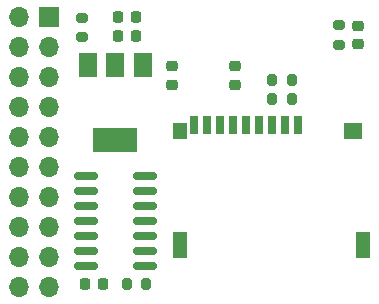
<source format=gbr>
%TF.GenerationSoftware,KiCad,Pcbnew,7.0.7*%
%TF.CreationDate,2023-08-18T08:54:36+02:00*%
%TF.ProjectId,uSD-Turbo,7553442d-5475-4726-926f-2e6b69636164,rev?*%
%TF.SameCoordinates,Original*%
%TF.FileFunction,Soldermask,Top*%
%TF.FilePolarity,Negative*%
%FSLAX46Y46*%
G04 Gerber Fmt 4.6, Leading zero omitted, Abs format (unit mm)*
G04 Created by KiCad (PCBNEW 7.0.7) date 2023-08-18 08:54:36*
%MOMM*%
%LPD*%
G01*
G04 APERTURE LIST*
G04 Aperture macros list*
%AMRoundRect*
0 Rectangle with rounded corners*
0 $1 Rounding radius*
0 $2 $3 $4 $5 $6 $7 $8 $9 X,Y pos of 4 corners*
0 Add a 4 corners polygon primitive as box body*
4,1,4,$2,$3,$4,$5,$6,$7,$8,$9,$2,$3,0*
0 Add four circle primitives for the rounded corners*
1,1,$1+$1,$2,$3*
1,1,$1+$1,$4,$5*
1,1,$1+$1,$6,$7*
1,1,$1+$1,$8,$9*
0 Add four rect primitives between the rounded corners*
20,1,$1+$1,$2,$3,$4,$5,0*
20,1,$1+$1,$4,$5,$6,$7,0*
20,1,$1+$1,$6,$7,$8,$9,0*
20,1,$1+$1,$8,$9,$2,$3,0*%
G04 Aperture macros list end*
%ADD10RoundRect,0.150000X0.825000X0.150000X-0.825000X0.150000X-0.825000X-0.150000X0.825000X-0.150000X0*%
%ADD11R,1.500000X2.000000*%
%ADD12R,3.800000X2.000000*%
%ADD13RoundRect,0.225000X-0.225000X-0.250000X0.225000X-0.250000X0.225000X0.250000X-0.225000X0.250000X0*%
%ADD14RoundRect,0.225000X0.250000X-0.225000X0.250000X0.225000X-0.250000X0.225000X-0.250000X-0.225000X0*%
%ADD15R,0.700000X1.600000*%
%ADD16R,1.200000X1.400000*%
%ADD17R,1.200000X2.200000*%
%ADD18R,1.600000X1.400000*%
%ADD19RoundRect,0.200000X0.275000X-0.200000X0.275000X0.200000X-0.275000X0.200000X-0.275000X-0.200000X0*%
%ADD20RoundRect,0.200000X-0.275000X0.200000X-0.275000X-0.200000X0.275000X-0.200000X0.275000X0.200000X0*%
%ADD21RoundRect,0.200000X-0.200000X-0.275000X0.200000X-0.275000X0.200000X0.275000X-0.200000X0.275000X0*%
%ADD22RoundRect,0.200000X0.200000X0.275000X-0.200000X0.275000X-0.200000X-0.275000X0.200000X-0.275000X0*%
%ADD23R,1.700000X1.700000*%
%ADD24O,1.700000X1.700000*%
%ADD25RoundRect,0.218750X0.256250X-0.218750X0.256250X0.218750X-0.256250X0.218750X-0.256250X-0.218750X0*%
G04 APERTURE END LIST*
D10*
%TO.C,U1*%
X118245000Y-83942000D03*
X118245000Y-82672000D03*
X118245000Y-81402000D03*
X118245000Y-80132000D03*
X118245000Y-78862000D03*
X118245000Y-77592000D03*
X118245000Y-76322000D03*
X113295000Y-76322000D03*
X113295000Y-77592000D03*
X113295000Y-78862000D03*
X113295000Y-80132000D03*
X113295000Y-81402000D03*
X113295000Y-82672000D03*
X113295000Y-83942000D03*
%TD*%
D11*
%TO.C,U2*%
X118070000Y-66949000D03*
X115770000Y-66949000D03*
D12*
X115770000Y-73249000D03*
D11*
X113470000Y-66949000D03*
%TD*%
D13*
%TO.C,C2*%
X116011000Y-64511000D03*
X117561000Y-64511000D03*
%TD*%
D14*
%TO.C,C3*%
X125930000Y-68588000D03*
X125930000Y-67038000D03*
%TD*%
D15*
%TO.C,XS1*%
X131220000Y-72030000D03*
X130120000Y-72030000D03*
X129020000Y-72030000D03*
X127920000Y-72030000D03*
X126820000Y-72030000D03*
D16*
X121270000Y-72530000D03*
D17*
X121270000Y-82130000D03*
D15*
X125720000Y-72030000D03*
D18*
X135870000Y-72530000D03*
D17*
X136770000Y-82130000D03*
D15*
X124620000Y-72030000D03*
X123520000Y-72030000D03*
X122420000Y-72030000D03*
%TD*%
D14*
%TO.C,C5*%
X120596000Y-68588000D03*
X120596000Y-67038000D03*
%TD*%
D19*
%TO.C,R5*%
X112976000Y-64574000D03*
X112976000Y-62924000D03*
%TD*%
D20*
%TO.C,R4*%
X134693000Y-63559000D03*
X134693000Y-65209000D03*
%TD*%
D21*
%TO.C,R2*%
X129042000Y-68194000D03*
X130692000Y-68194000D03*
%TD*%
D22*
%TO.C,R1*%
X118373000Y-85466000D03*
X116723000Y-85466000D03*
%TD*%
D23*
%TO.C,J1*%
X110160000Y-62840000D03*
D24*
X107620000Y-62840000D03*
X110160000Y-65380000D03*
X107620000Y-65380000D03*
X110160000Y-67920000D03*
X107620000Y-67920000D03*
X110160000Y-70460000D03*
X107620000Y-70460000D03*
X110160000Y-73000000D03*
X107620000Y-73000000D03*
X110160000Y-75540000D03*
X107620000Y-75540000D03*
X110160000Y-78080000D03*
X107620000Y-78080000D03*
X110160000Y-80620000D03*
X107620000Y-80620000D03*
X110160000Y-83160000D03*
X107620000Y-83160000D03*
X110160000Y-85700000D03*
X107620000Y-85700000D03*
%TD*%
D13*
%TO.C,C4*%
X113217000Y-85466000D03*
X114767000Y-85466000D03*
%TD*%
D25*
%TO.C,D1*%
X136344000Y-65171500D03*
X136344000Y-63596500D03*
%TD*%
D21*
%TO.C,R3*%
X129042000Y-69845000D03*
X130692000Y-69845000D03*
%TD*%
D13*
%TO.C,C1*%
X116011000Y-62860000D03*
X117561000Y-62860000D03*
%TD*%
M02*

</source>
